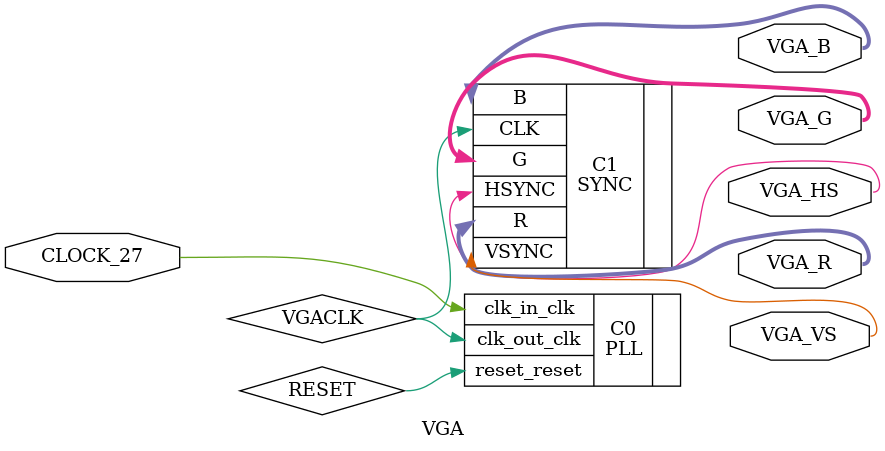
<source format=v>
module VGA (
   input  CLOCK_27,
   output VGA_HS,
   output VGA_VS,
   output [3:0] VGA_R,
   output [3:0] VGA_B,
   output [3:0] VGA_G
);

wire VGACLK, RESET;

SYNC C1 (
   .CLK(VGACLK),
   .HSYNC(VGA_HS),
   .VSYNC(VGA_VS),
   .R(VGA_R),
   .G(VGA_G),
   .B(VGA_B)
);

PLL C0 (
   .clk_out_clk(VGACLK),
   .clk_in_clk(CLOCK_27),
   .reset_reset(RESET)
);

endmodule
</source>
